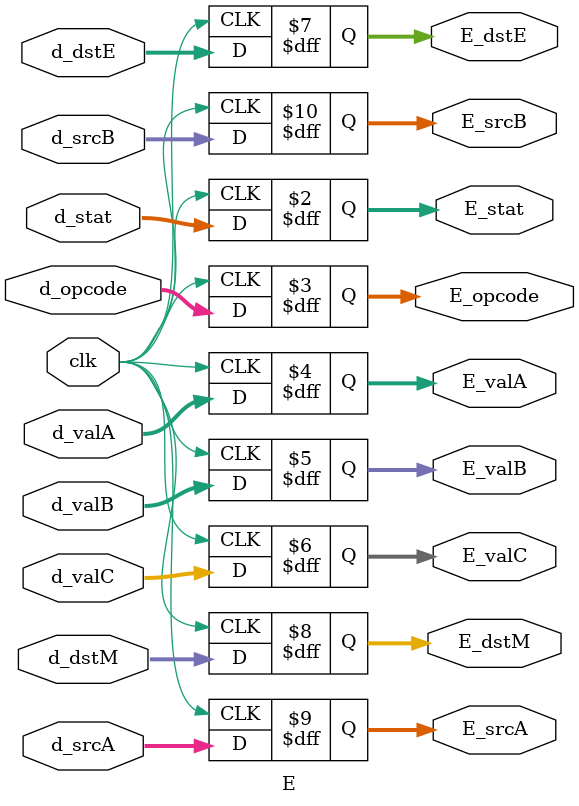
<source format=v>
module E(input clk,input [1:0] d_stat,input [7:0] d_opcode,input [63:0] d_valA,input [63:0] d_valB,input [63:0] d_valC,input [3:0] d_dstE,input [3:0] d_dstM,
input [3:0] d_srcA,input [3:0] d_srcB,
output reg [1:0] E_stat,output reg [7:0] E_opcode,output reg [63:0] E_valA,output reg [63:0] E_valB,output reg [63:0] E_valC,output reg [3:0] E_dstE,
output reg [3:0] E_dstM,output reg [3:0] E_srcA,output reg [3:0] E_srcB);
   always @(posedge clk) begin
    E_stat=d_stat;
    E_opcode=d_opcode;
    E_valA=d_valA;
    E_valB=d_valB;
    E_valC=d_valC;
    E_dstE=d_dstE;
    E_dstM=d_dstM;
    E_srcA=d_srcA;
    E_srcB=d_srcB;
   end
endmodule
</source>
